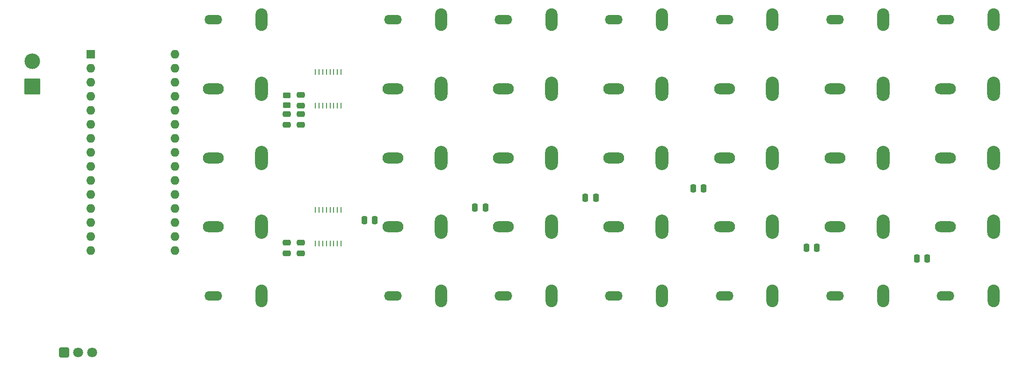
<source format=gbr>
%TF.GenerationSoftware,KiCad,Pcbnew,9.0.3*%
%TF.CreationDate,2025-07-29T17:14:18-05:00*%
%TF.ProjectId,rgb-switch,7267622d-7377-4697-9463-682e6b696361,rev?*%
%TF.SameCoordinates,Original*%
%TF.FileFunction,Soldermask,Bot*%
%TF.FilePolarity,Negative*%
%FSLAX46Y46*%
G04 Gerber Fmt 4.6, Leading zero omitted, Abs format (unit mm)*
G04 Created by KiCad (PCBNEW 9.0.3) date 2025-07-29 17:14:18*
%MOMM*%
%LPD*%
G01*
G04 APERTURE LIST*
G04 Aperture macros list*
%AMRoundRect*
0 Rectangle with rounded corners*
0 $1 Rounding radius*
0 $2 $3 $4 $5 $6 $7 $8 $9 X,Y pos of 4 corners*
0 Add a 4 corners polygon primitive as box body*
4,1,4,$2,$3,$4,$5,$6,$7,$8,$9,$2,$3,0*
0 Add four circle primitives for the rounded corners*
1,1,$1+$1,$2,$3*
1,1,$1+$1,$4,$5*
1,1,$1+$1,$6,$7*
1,1,$1+$1,$8,$9*
0 Add four rect primitives between the rounded corners*
20,1,$1+$1,$2,$3,$4,$5,0*
20,1,$1+$1,$4,$5,$6,$7,0*
20,1,$1+$1,$6,$7,$8,$9,0*
20,1,$1+$1,$8,$9,$2,$3,0*%
G04 Aperture macros list end*
%ADD10O,2.304000X4.404000*%
%ADD11O,3.804000X2.004000*%
%ADD12O,2.154000X4.104000*%
%ADD13O,3.220000X1.712000*%
%ADD14RoundRect,0.102000X1.312500X-1.312500X1.312500X1.312500X-1.312500X1.312500X-1.312500X-1.312500X0*%
%ADD15C,2.829000*%
%ADD16RoundRect,0.250200X-0.649800X-0.649800X0.649800X-0.649800X0.649800X0.649800X-0.649800X0.649800X0*%
%ADD17C,1.800000*%
%ADD18R,1.600000X1.600000*%
%ADD19O,1.600000X1.600000*%
%ADD20RoundRect,0.250000X0.475000X-0.250000X0.475000X0.250000X-0.475000X0.250000X-0.475000X-0.250000X0*%
%ADD21RoundRect,0.250000X-0.250000X-0.475000X0.250000X-0.475000X0.250000X0.475000X-0.250000X0.475000X0*%
%ADD22R,0.279400X1.016000*%
%ADD23RoundRect,0.250000X-0.475000X0.250000X-0.475000X-0.250000X0.475000X-0.250000X0.475000X0.250000X0*%
%ADD24RoundRect,0.250000X-0.450000X0.262500X-0.450000X-0.262500X0.450000X-0.262500X0.450000X0.262500X0*%
G04 APERTURE END LIST*
D10*
%TO.C,J14*%
X157900000Y-87500000D03*
D11*
X149200000Y-87500000D03*
%TD*%
D12*
%TO.C,J35*%
X237900000Y-75000000D03*
D13*
X229200000Y-75000000D03*
%TD*%
D12*
%TO.C,J30*%
X217900000Y-75000000D03*
D13*
X209200000Y-75000000D03*
%TD*%
D14*
%TO.C,S1*%
X63910000Y-87100000D03*
D15*
X63910000Y-82500000D03*
%TD*%
D12*
%TO.C,J26*%
X217900000Y-125000000D03*
D13*
X209200000Y-125000000D03*
%TD*%
D10*
%TO.C,J4*%
X105400000Y-87500000D03*
D11*
X96700000Y-87500000D03*
%TD*%
D12*
%TO.C,J1*%
X105400000Y-125000000D03*
D13*
X96700000Y-125000000D03*
%TD*%
D10*
%TO.C,J19*%
X177900000Y-87500000D03*
D11*
X169200000Y-87500000D03*
%TD*%
D10*
%TO.C,J34*%
X237900000Y-87500000D03*
D11*
X229200000Y-87500000D03*
%TD*%
D12*
%TO.C,J21*%
X197900000Y-125000000D03*
D13*
X189200000Y-125000000D03*
%TD*%
D12*
%TO.C,J6*%
X137900000Y-125000000D03*
D13*
X129200000Y-125000000D03*
%TD*%
D10*
%TO.C,J24*%
X197900000Y-87500000D03*
D11*
X189200000Y-87500000D03*
%TD*%
D12*
%TO.C,J11*%
X157900000Y-125000000D03*
D13*
X149200000Y-125000000D03*
%TD*%
D10*
%TO.C,J9*%
X137900000Y-87500000D03*
D11*
X129200000Y-87500000D03*
%TD*%
D10*
%TO.C,J27*%
X217900000Y-112500000D03*
D11*
X209200000Y-112500000D03*
%TD*%
D12*
%TO.C,J20*%
X177900000Y-75000000D03*
D13*
X169200000Y-75000000D03*
%TD*%
D10*
%TO.C,J17*%
X177900000Y-112500000D03*
D11*
X169200000Y-112500000D03*
%TD*%
D10*
%TO.C,J22*%
X197900000Y-112500000D03*
D11*
X189200000Y-112500000D03*
%TD*%
D16*
%TO.C,U6*%
X69710000Y-135225000D03*
D17*
X72250000Y-135225000D03*
X74790000Y-135225000D03*
%TD*%
D10*
%TO.C,J8*%
X137900000Y-100000000D03*
D11*
X129200000Y-100000000D03*
%TD*%
D10*
%TO.C,J29*%
X217900000Y-87500000D03*
D11*
X209200000Y-87500000D03*
%TD*%
D10*
%TO.C,J2*%
X105400000Y-112500000D03*
D11*
X96700000Y-112500000D03*
%TD*%
D10*
%TO.C,J28*%
X217900000Y-100000000D03*
D11*
X209200000Y-100000000D03*
%TD*%
D10*
%TO.C,J32*%
X237900000Y-112500000D03*
D11*
X229200000Y-112500000D03*
%TD*%
D10*
%TO.C,J12*%
X157900000Y-112500000D03*
D11*
X149200000Y-112500000D03*
%TD*%
D12*
%TO.C,J25*%
X197900000Y-75000000D03*
D13*
X189200000Y-75000000D03*
%TD*%
D10*
%TO.C,J18*%
X177900000Y-100000000D03*
D11*
X169200000Y-100000000D03*
%TD*%
D10*
%TO.C,J23*%
X197900000Y-100000000D03*
D11*
X189200000Y-100000000D03*
%TD*%
D12*
%TO.C,J16*%
X177900000Y-125000000D03*
D13*
X169200000Y-125000000D03*
%TD*%
D12*
%TO.C,J15*%
X157900000Y-75000000D03*
D13*
X149200000Y-75000000D03*
%TD*%
D12*
%TO.C,J5*%
X105400000Y-75000000D03*
D13*
X96700000Y-75000000D03*
%TD*%
D10*
%TO.C,J7*%
X137900000Y-112500000D03*
D11*
X129200000Y-112500000D03*
%TD*%
D12*
%TO.C,J31*%
X237900000Y-125000000D03*
D13*
X229200000Y-125000000D03*
%TD*%
D10*
%TO.C,J33*%
X237900000Y-100000000D03*
D11*
X229200000Y-100000000D03*
%TD*%
D10*
%TO.C,J3*%
X105400000Y-100000000D03*
D11*
X96700000Y-100000000D03*
%TD*%
D12*
%TO.C,J10*%
X137900000Y-75000000D03*
D13*
X129200000Y-75000000D03*
%TD*%
D10*
%TO.C,J13*%
X157900000Y-100000000D03*
D11*
X149200000Y-100000000D03*
%TD*%
D18*
%TO.C,A1*%
X74500000Y-81250000D03*
D19*
X74500000Y-83790000D03*
X74500000Y-86330000D03*
X74500000Y-88870000D03*
X74500000Y-91410000D03*
X74500000Y-93950000D03*
X74500000Y-96490000D03*
X74500000Y-99030000D03*
X74500000Y-101570000D03*
X74500000Y-104110000D03*
X74500000Y-106650000D03*
X74500000Y-109190000D03*
X74500000Y-111730000D03*
X74500000Y-114270000D03*
X74500000Y-116810000D03*
X89740000Y-116810000D03*
X89740000Y-114270000D03*
X89740000Y-111730000D03*
X89740000Y-109190000D03*
X89740000Y-106650000D03*
X89740000Y-104110000D03*
X89740000Y-101570000D03*
X89740000Y-99030000D03*
X89740000Y-96490000D03*
X89740000Y-93950000D03*
X89740000Y-91410000D03*
X89740000Y-88870000D03*
X89740000Y-86330000D03*
X89740000Y-83790000D03*
X89740000Y-81250000D03*
%TD*%
D20*
%TO.C,C1*%
X112500000Y-90537500D03*
X112500000Y-88637500D03*
%TD*%
D21*
%TO.C,C27*%
X204050000Y-116250000D03*
X205950000Y-116250000D03*
%TD*%
D22*
%TO.C,U4*%
X115188600Y-84452000D03*
X115849000Y-84452000D03*
X116509400Y-84452000D03*
X117169800Y-84452000D03*
X117830200Y-84452000D03*
X118490600Y-84452000D03*
X119151000Y-84452000D03*
X119811400Y-84452000D03*
X119811400Y-90548000D03*
X119151000Y-90548000D03*
X118490600Y-90548000D03*
X117830200Y-90548000D03*
X117169800Y-90548000D03*
X116509400Y-90548000D03*
X115849000Y-90548000D03*
X115188600Y-90548000D03*
%TD*%
D20*
%TO.C,C5*%
X112510000Y-117267271D03*
X112510000Y-115367271D03*
%TD*%
D23*
%TO.C,C15*%
X110000000Y-92100000D03*
X110000000Y-94000000D03*
%TD*%
D21*
%TO.C,C32*%
X224025000Y-118250000D03*
X225925000Y-118250000D03*
%TD*%
%TO.C,C12*%
X144025000Y-109000000D03*
X145925000Y-109000000D03*
%TD*%
%TO.C,C22*%
X183525000Y-105500000D03*
X185425000Y-105500000D03*
%TD*%
D24*
%TO.C,R10*%
X110000000Y-88675000D03*
X110000000Y-90500000D03*
%TD*%
D21*
%TO.C,C7*%
X124025000Y-111250000D03*
X125925000Y-111250000D03*
%TD*%
D22*
%TO.C,U2*%
X115188600Y-109452000D03*
X115849000Y-109452000D03*
X116509400Y-109452000D03*
X117169800Y-109452000D03*
X117830200Y-109452000D03*
X118490600Y-109452000D03*
X119151000Y-109452000D03*
X119811400Y-109452000D03*
X119811400Y-115548000D03*
X119151000Y-115548000D03*
X118490600Y-115548000D03*
X117830200Y-115548000D03*
X117169800Y-115548000D03*
X116509400Y-115548000D03*
X115849000Y-115548000D03*
X115188600Y-115548000D03*
%TD*%
D21*
%TO.C,C17*%
X164025000Y-107250000D03*
X165925000Y-107250000D03*
%TD*%
D20*
%TO.C,C9*%
X110000000Y-117267271D03*
X110000000Y-115367271D03*
%TD*%
D23*
%TO.C,C19*%
X112510000Y-92100000D03*
X112510000Y-94000000D03*
%TD*%
M02*

</source>
